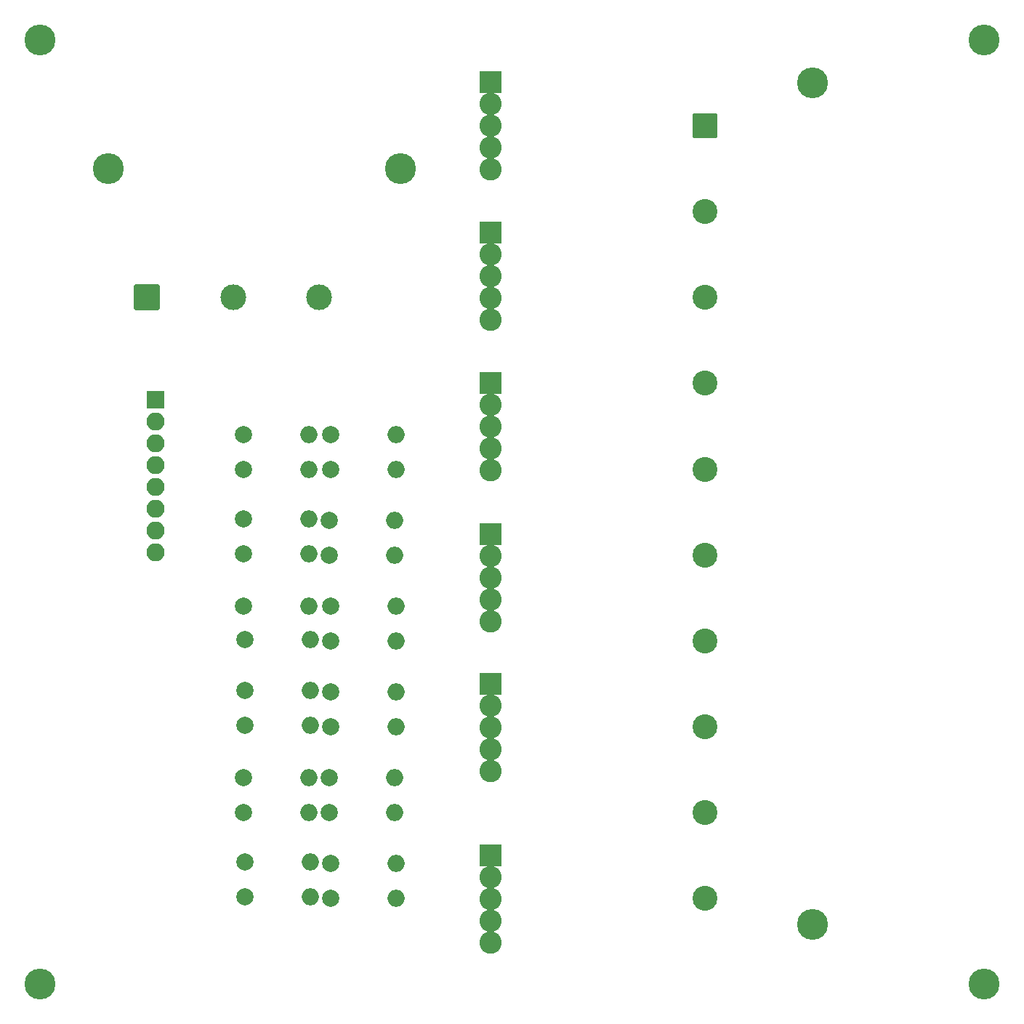
<source format=gbr>
G04 #@! TF.GenerationSoftware,KiCad,Pcbnew,7.0.8-7.0.8~ubuntu22.04.1*
G04 #@! TF.CreationDate,2024-10-17T18:38:32+09:00*
G04 #@! TF.ProjectId,NJW466617LEDDriver,4e4a5734-3636-4363-9137-4c4544447269,rev?*
G04 #@! TF.SameCoordinates,Original*
G04 #@! TF.FileFunction,Soldermask,Bot*
G04 #@! TF.FilePolarity,Negative*
%FSLAX46Y46*%
G04 Gerber Fmt 4.6, Leading zero omitted, Abs format (unit mm)*
G04 Created by KiCad (PCBNEW 7.0.8-7.0.8~ubuntu22.04.1) date 2024-10-17 18:38:32*
%MOMM*%
%LPD*%
G01*
G04 APERTURE LIST*
G04 Aperture macros list*
%AMRoundRect*
0 Rectangle with rounded corners*
0 $1 Rounding radius*
0 $2 $3 $4 $5 $6 $7 $8 $9 X,Y pos of 4 corners*
0 Add a 4 corners polygon primitive as box body*
4,1,4,$2,$3,$4,$5,$6,$7,$8,$9,$2,$3,0*
0 Add four circle primitives for the rounded corners*
1,1,$1+$1,$2,$3*
1,1,$1+$1,$4,$5*
1,1,$1+$1,$6,$7*
1,1,$1+$1,$8,$9*
0 Add four rect primitives between the rounded corners*
20,1,$1+$1,$2,$3,$4,$5,0*
20,1,$1+$1,$4,$5,$6,$7,0*
20,1,$1+$1,$6,$7,$8,$9,0*
20,1,$1+$1,$8,$9,$2,$3,0*%
G04 Aperture macros list end*
%ADD10C,3.600000*%
%ADD11O,2.100000X2.100000*%
%ADD12RoundRect,0.200000X-0.850000X-0.850000X0.850000X-0.850000X0.850000X0.850000X-0.850000X0.850000X0*%
%ADD13RoundRect,0.200000X-1.100000X1.100000X-1.100000X-1.100000X1.100000X-1.100000X1.100000X1.100000X0*%
%ADD14C,2.600000*%
%ADD15O,2.000000X2.000000*%
%ADD16C,2.000000*%
%ADD17C,2.900000*%
%ADD18RoundRect,0.200000X-1.250000X1.250000X-1.250000X-1.250000X1.250000X-1.250000X1.250000X1.250000X0*%
%ADD19RoundRect,0.200000X-1.300000X-1.300000X1.300000X-1.300000X1.300000X1.300000X-1.300000X1.300000X0*%
%ADD20C,3.000000*%
G04 APERTURE END LIST*
D10*
X213585600Y-31244800D03*
X213585600Y-141244800D03*
X103585600Y-141244800D03*
X103585600Y-31244800D03*
X145585600Y-46244800D03*
X111585600Y-46244800D03*
X193585600Y-134244800D03*
X193585600Y-36244800D03*
D11*
X117085600Y-90944800D03*
X117085600Y-88404800D03*
X117085600Y-85864800D03*
X117085600Y-83324800D03*
X117085600Y-80784800D03*
X117085600Y-78244800D03*
X117085600Y-75704800D03*
D12*
X117085600Y-73164800D03*
D13*
X156085600Y-126244800D03*
D14*
X156085600Y-128784800D03*
X156085600Y-131324800D03*
X156085600Y-133864800D03*
X156085600Y-136404800D03*
D13*
X156085600Y-106244800D03*
D14*
X156085600Y-108784800D03*
X156085600Y-111324800D03*
X156085600Y-113864800D03*
X156085600Y-116404800D03*
X156085600Y-98944800D03*
X156085600Y-96404800D03*
X156085600Y-93864800D03*
X156085600Y-91324800D03*
D13*
X156085600Y-88784800D03*
X156085600Y-71244800D03*
D14*
X156085600Y-73784800D03*
X156085600Y-76324800D03*
X156085600Y-78864800D03*
X156085600Y-81404800D03*
D13*
X156085600Y-53704800D03*
D14*
X156085600Y-56244800D03*
X156085600Y-58784800D03*
X156085600Y-61324800D03*
X156085600Y-63864800D03*
D13*
X156085600Y-36124800D03*
D14*
X156085600Y-38664800D03*
X156085600Y-41204800D03*
X156085600Y-43744800D03*
X156085600Y-46284800D03*
D15*
X145085600Y-131244800D03*
D16*
X137465600Y-131244800D03*
D15*
X145085600Y-127194800D03*
D16*
X137465600Y-127194800D03*
D15*
X135085600Y-131094800D03*
D16*
X127465600Y-131094800D03*
D15*
X135085600Y-127044800D03*
D16*
X127465600Y-127044800D03*
X137275600Y-121244800D03*
D15*
X144895600Y-121244800D03*
D16*
X137275600Y-117194800D03*
D15*
X144895600Y-117194800D03*
D16*
X127275600Y-121244800D03*
D15*
X134895600Y-121244800D03*
D16*
X127275600Y-117194800D03*
D15*
X134895600Y-117194800D03*
X145085600Y-111244800D03*
D16*
X137465600Y-111244800D03*
D15*
X145085600Y-107194800D03*
D16*
X137465600Y-107194800D03*
D15*
X135085600Y-111094800D03*
D16*
X127465600Y-111094800D03*
D15*
X135085600Y-107044800D03*
D16*
X127465600Y-107044800D03*
X137465600Y-101244800D03*
D15*
X145085600Y-101244800D03*
D16*
X137465600Y-97194800D03*
D15*
X145085600Y-97194800D03*
D16*
X127465600Y-101094800D03*
D15*
X135085600Y-101094800D03*
X134895600Y-97194800D03*
D16*
X127275600Y-97194800D03*
D15*
X144895600Y-91244800D03*
D16*
X137275600Y-91244800D03*
D15*
X144895600Y-87194800D03*
D16*
X137275600Y-87194800D03*
D15*
X134895600Y-91094800D03*
D16*
X127275600Y-91094800D03*
D15*
X134895600Y-87044800D03*
D16*
X127275600Y-87044800D03*
D15*
X145085600Y-81244800D03*
D16*
X137465600Y-81244800D03*
X137465600Y-77194800D03*
D15*
X145085600Y-77194800D03*
X134895600Y-81244800D03*
D16*
X127275600Y-81244800D03*
D15*
X134895600Y-77244800D03*
D16*
X127275600Y-77244800D03*
D17*
X181085600Y-131244800D03*
X181085600Y-121244800D03*
X181085600Y-111244800D03*
X181085600Y-101244800D03*
X181085600Y-91244800D03*
X181085600Y-81244800D03*
X181085600Y-71244800D03*
X181085600Y-61244800D03*
X181085600Y-51244800D03*
D18*
X181085600Y-41244800D03*
D19*
X116085600Y-61244800D03*
D20*
X126085600Y-61244800D03*
X136085600Y-61244800D03*
M02*

</source>
